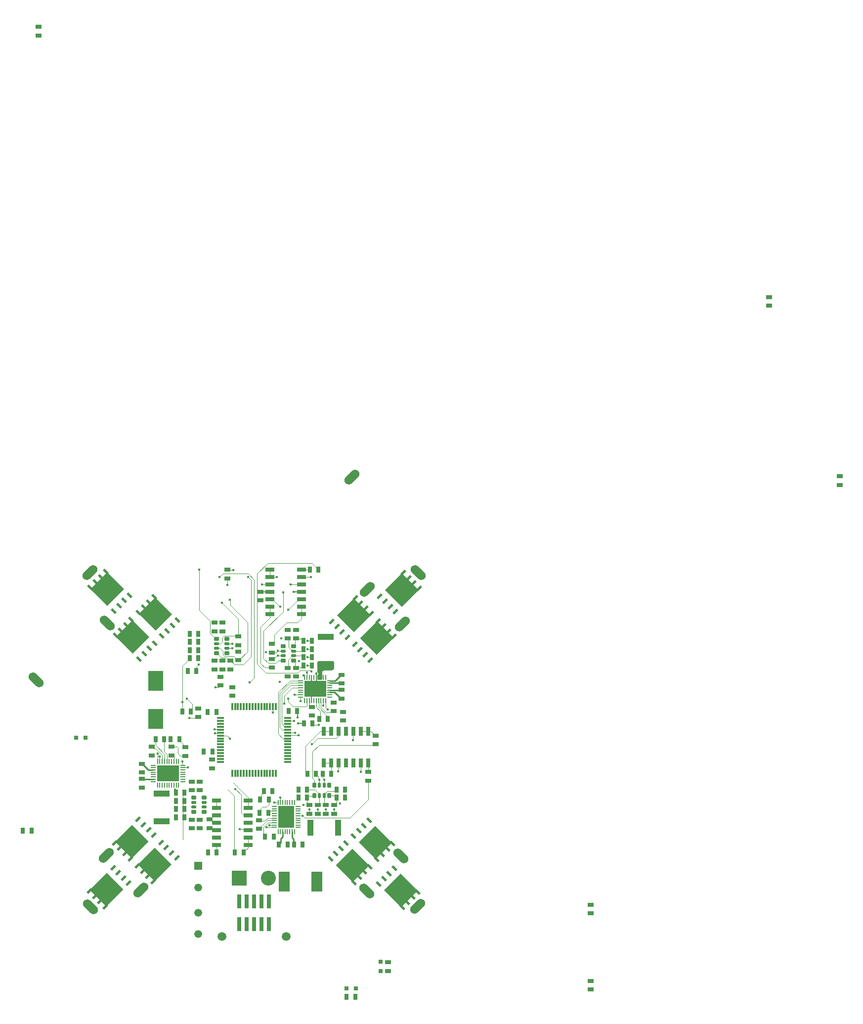
<source format=gtl>
G04*
G04 #@! TF.GenerationSoftware,Altium Limited,Altium Designer,25.8.1 (18)*
G04*
G04 Layer_Physical_Order=1*
G04 Layer_Color=255*
%FSLAX44Y44*%
%MOMM*%
G71*
G04*
G04 #@! TF.SameCoordinates,A8D3B3E1-CBBC-48C7-8EAF-3341E4FBDCCF*
G04*
G04*
G04 #@! TF.FilePolarity,Positive*
G04*
G01*
G75*
%ADD11C,0.2000*%
%ADD12C,0.2540*%
%ADD21R,0.6500X1.5000*%
%ADD22R,0.9061X0.1925*%
%ADD23R,1.0000X0.8000*%
%ADD24R,1.5000X0.6500*%
%ADD25R,0.1925X0.9061*%
%ADD26R,0.8000X1.0000*%
%ADD27R,2.6700X1.0700*%
%ADD28R,1.0700X2.6700*%
%ADD29R,0.3048X1.1938*%
%ADD30R,0.7600X2.4000*%
%ADD31R,2.5000X3.5000*%
%ADD32R,1.1938X0.3048*%
G04:AMPARAMS|DCode=33|XSize=0.9mm|YSize=0.61mm|CornerRadius=0.1525mm|HoleSize=0mm|Usage=FLASHONLY|Rotation=0.000|XOffset=0mm|YOffset=0mm|HoleType=Round|Shape=RoundedRectangle|*
%AMROUNDEDRECTD33*
21,1,0.9000,0.3050,0,0,0.0*
21,1,0.5950,0.6100,0,0,0.0*
1,1,0.3050,0.2975,-0.1525*
1,1,0.3050,-0.2975,-0.1525*
1,1,0.3050,-0.2975,0.1525*
1,1,0.3050,0.2975,0.1525*
%
%ADD33ROUNDEDRECTD33*%
G04:AMPARAMS|DCode=34|XSize=0.9mm|YSize=0.53mm|CornerRadius=0.1325mm|HoleSize=0mm|Usage=FLASHONLY|Rotation=0.000|XOffset=0mm|YOffset=0mm|HoleType=Round|Shape=RoundedRectangle|*
%AMROUNDEDRECTD34*
21,1,0.9000,0.2650,0,0,0.0*
21,1,0.6350,0.5300,0,0,0.0*
1,1,0.2650,0.3175,-0.1325*
1,1,0.2650,-0.3175,-0.1325*
1,1,0.2650,-0.3175,0.1325*
1,1,0.2650,0.3175,0.1325*
%
%ADD34ROUNDEDRECTD34*%
G04:AMPARAMS|DCode=35|XSize=1.524mm|YSize=3mm|CornerRadius=0mm|HoleSize=0mm|Usage=FLASHONLY|Rotation=315.000|XOffset=0mm|YOffset=0mm|HoleType=Round|Shape=Round|*
%AMOVALD35*
21,1,1.4760,1.5240,0.0000,0.0000,45.0*
1,1,1.5240,-0.5219,-0.5219*
1,1,1.5240,0.5219,0.5219*
%
%ADD35OVALD35*%

G04:AMPARAMS|DCode=36|XSize=1.016mm|YSize=0.4572mm|CornerRadius=0mm|HoleSize=0mm|Usage=FLASHONLY|Rotation=225.000|XOffset=0mm|YOffset=0mm|HoleType=Round|Shape=Rectangle|*
%AMROTATEDRECTD36*
4,1,4,0.1976,0.5209,0.5209,0.1976,-0.1976,-0.5209,-0.5209,-0.1976,0.1976,0.5209,0.0*
%
%ADD36ROTATEDRECTD36*%

%ADD37R,0.8000X0.8000*%
G04:AMPARAMS|DCode=38|XSize=1.016mm|YSize=0.4572mm|CornerRadius=0mm|HoleSize=0mm|Usage=FLASHONLY|Rotation=135.000|XOffset=0mm|YOffset=0mm|HoleType=Round|Shape=Rectangle|*
%AMROTATEDRECTD38*
4,1,4,0.5209,-0.1976,0.1976,-0.5209,-0.5209,0.1976,-0.1976,0.5209,0.5209,-0.1976,0.0*
%
%ADD38ROTATEDRECTD38*%

G04:AMPARAMS|DCode=39|XSize=1.524mm|YSize=3mm|CornerRadius=0mm|HoleSize=0mm|Usage=FLASHONLY|Rotation=45.000|XOffset=0mm|YOffset=0mm|HoleType=Round|Shape=Round|*
%AMOVALD39*
21,1,1.4760,1.5240,0.0000,0.0000,135.0*
1,1,1.5240,0.5219,-0.5219*
1,1,1.5240,-0.5219,0.5219*
%
%ADD39OVALD39*%

%ADD40R,1.8500X3.4000*%
G04:AMPARAMS|DCode=41|XSize=0.9mm|YSize=0.61mm|CornerRadius=0.1525mm|HoleSize=0mm|Usage=FLASHONLY|Rotation=90.000|XOffset=0mm|YOffset=0mm|HoleType=Round|Shape=RoundedRectangle|*
%AMROUNDEDRECTD41*
21,1,0.9000,0.3050,0,0,90.0*
21,1,0.5950,0.6100,0,0,90.0*
1,1,0.3050,0.1525,0.2975*
1,1,0.3050,0.1525,-0.2975*
1,1,0.3050,-0.1525,-0.2975*
1,1,0.3050,-0.1525,0.2975*
%
%ADD41ROUNDEDRECTD41*%
G04:AMPARAMS|DCode=42|XSize=0.9mm|YSize=0.53mm|CornerRadius=0.1325mm|HoleSize=0mm|Usage=FLASHONLY|Rotation=90.000|XOffset=0mm|YOffset=0mm|HoleType=Round|Shape=RoundedRectangle|*
%AMROUNDEDRECTD42*
21,1,0.9000,0.2650,0,0,90.0*
21,1,0.6350,0.5300,0,0,90.0*
1,1,0.2650,0.1325,0.3175*
1,1,0.2650,0.1325,-0.3175*
1,1,0.2650,-0.1325,-0.3175*
1,1,0.2650,-0.1325,0.3175*
%
%ADD42ROUNDEDRECTD42*%
%ADD43R,0.8000X0.8000*%
%ADD49R,3.8000X2.8000*%
%ADD51R,2.8000X3.8000*%
%ADD69P,0.1796X4X270.0*%
%ADD70P,0.1796X4X180.0*%
%ADD71C,0.1000*%
%ADD72C,2.5500*%
%ADD73C,1.3370*%
%ADD74R,1.3370X1.3370*%
%ADD75R,2.5500X2.5500*%
%ADD76C,1.5080*%
%ADD77C,0.4500*%
G36*
X-180774Y-173609D02*
X-209690Y-202525D01*
X-238068Y-174148D01*
X-209151Y-145231D01*
X-180774Y-173609D01*
D02*
G37*
G36*
X-141519Y-212863D02*
X-170436Y-241779D01*
X-198813Y-213402D01*
X-169897Y-184485D01*
X-141519Y-212863D01*
D02*
G37*
G36*
X-223768Y-256098D02*
X-252684Y-285014D01*
X-281062Y-256637D01*
X-252146Y-227720D01*
X-223768Y-256098D01*
D02*
G37*
G36*
X236658Y-175584D02*
X208280Y-203962D01*
X179363Y-175046D01*
X207741Y-146668D01*
X236658Y-175584D01*
D02*
G37*
G36*
X197403Y-214839D02*
X169026Y-243216D01*
X140109Y-214300D01*
X168487Y-185922D01*
X197403Y-214839D01*
D02*
G37*
G36*
X279892Y-257833D02*
X251515Y-286210D01*
X222598Y-257294D01*
X250976Y-228916D01*
X279892Y-257833D01*
D02*
G37*
G36*
X-222619Y258504D02*
X-250996Y230126D01*
X-279913Y259043D01*
X-251535Y287421D01*
X-222619Y258504D01*
D02*
G37*
G36*
X-140130Y215510D02*
X-168507Y187132D01*
X-197424Y216049D01*
X-169046Y244426D01*
X-140130Y215510D01*
D02*
G37*
G36*
X-179384Y176256D02*
X-207762Y147878D01*
X-236678Y176795D01*
X-208301Y205172D01*
X-179384Y176256D01*
D02*
G37*
G36*
X136245Y134642D02*
X136674Y134213D01*
X136906Y133653D01*
Y133350D01*
Y123444D01*
Y122535D01*
X136210Y120854D01*
X134924Y119568D01*
X133243Y118872D01*
X120396D01*
X119653Y118799D01*
X118279Y118230D01*
X117228Y117179D01*
X116659Y115805D01*
X116586Y115062D01*
Y104140D01*
Y103887D01*
X116393Y103421D01*
X116035Y103063D01*
X115569Y102870D01*
X109475D01*
X109009Y103063D01*
X108687Y103385D01*
Y107406D01*
X108610Y107793D01*
Y110470D01*
X108703Y110937D01*
Y111219D01*
X109435Y111951D01*
X109930Y113146D01*
Y114438D01*
X109435Y115633D01*
X108521Y116547D01*
X108458Y116573D01*
Y132842D01*
Y133246D01*
X108767Y133993D01*
X109339Y134565D01*
X110086Y134874D01*
X135685D01*
X136245Y134642D01*
D02*
G37*
G36*
X281893Y257357D02*
X252976Y228440D01*
X224598Y256818D01*
X253515Y285734D01*
X281893Y257357D01*
D02*
G37*
G36*
X199644Y214122D02*
X170728Y185206D01*
X142350Y213583D01*
X171266Y242499D01*
X199644Y214122D01*
D02*
G37*
G36*
X238898Y174868D02*
X209982Y145951D01*
X181604Y174329D01*
X210521Y203245D01*
X238898Y174868D01*
D02*
G37*
D11*
X106664Y113776D02*
X106680Y113792D01*
X106664Y110937D02*
Y113776D01*
X99648Y93376D02*
X106648Y100376D01*
Y107406D01*
X98648Y93376D02*
X104648Y87376D01*
X98648Y93376D02*
Y107406D01*
Y81376D02*
X104648Y87376D01*
X98648Y93376D02*
X99648D01*
X98648Y67346D02*
Y81376D01*
X85360Y27940D02*
X85614Y28194D01*
X74660Y38100D02*
Y48498D01*
X73882Y49276D02*
X74660Y48498D01*
X75692Y27940D02*
X85360D01*
X67648Y253576D02*
X81022D01*
X67564Y253492D02*
X67648Y253576D01*
X11430Y253825D02*
X11762Y253492D01*
X12938D01*
X27022Y253576D02*
X27022Y253576D01*
X13022D02*
X27022D01*
X12938Y253492D02*
X13022Y253576D01*
D12*
X67862Y-178336D02*
Y-169716D01*
Y-178336D02*
X68596Y-179070D01*
X65132Y-166986D02*
Y-156895D01*
Y-166986D02*
X67862Y-169716D01*
X45434Y-176340D02*
Y-169281D01*
X42704Y-179070D02*
X45434Y-176340D01*
X49132Y-165583D02*
Y-156895D01*
X45434Y-169281D02*
X49132Y-165583D01*
X-191878Y-67258D02*
X-172298D01*
X-191480Y-40764D02*
X-180986Y-51258D01*
X-172298D01*
X129710Y85344D02*
X148320D01*
X148558Y85582D01*
X149860D01*
X129678Y97376D02*
X149258D01*
X149860Y96774D01*
X138762Y101376D02*
X148860Y111474D01*
X129678Y81376D02*
X138366D01*
X148860Y70882D01*
X129678Y85376D02*
X129710Y85344D01*
X129678Y101376D02*
X138762D01*
X148860Y70882D02*
X149860D01*
X148860Y111474D02*
X149860D01*
D21*
X195326Y-39192D02*
D03*
X182626D02*
D03*
X144526D02*
D03*
X131826D02*
D03*
X119126D02*
D03*
Y14808D02*
D03*
X131826D02*
D03*
X144526D02*
D03*
X169926D02*
D03*
X182626D02*
D03*
X195326D02*
D03*
X157226D02*
D03*
X169926Y-39192D02*
D03*
X157226D02*
D03*
D22*
X35102Y-117865D02*
D03*
X75162Y-125865D02*
D03*
Y-133865D02*
D03*
X35102Y-125865D02*
D03*
X-122238Y-43258D02*
D03*
Y-47258D02*
D03*
Y-51258D02*
D03*
Y-55258D02*
D03*
Y-59258D02*
D03*
Y-63258D02*
D03*
Y-67258D02*
D03*
Y-71258D02*
D03*
X-172298D02*
D03*
Y-67258D02*
D03*
Y-63258D02*
D03*
Y-59258D02*
D03*
Y-55258D02*
D03*
Y-51258D02*
D03*
Y-47258D02*
D03*
Y-43258D02*
D03*
X35102Y-129865D02*
D03*
Y-113865D02*
D03*
X79618Y73376D02*
D03*
Y77376D02*
D03*
Y81376D02*
D03*
Y85376D02*
D03*
Y89376D02*
D03*
Y93376D02*
D03*
Y97376D02*
D03*
Y101376D02*
D03*
X129678Y97376D02*
D03*
Y81376D02*
D03*
Y77376D02*
D03*
Y89376D02*
D03*
Y73376D02*
D03*
Y101376D02*
D03*
Y85376D02*
D03*
Y93376D02*
D03*
X75162Y-113865D02*
D03*
Y-117865D02*
D03*
Y-121865D02*
D03*
Y-129865D02*
D03*
Y-137865D02*
D03*
Y-141865D02*
D03*
Y-145865D02*
D03*
Y-149865D02*
D03*
X35102D02*
D03*
Y-145865D02*
D03*
Y-141865D02*
D03*
Y-137865D02*
D03*
Y-133865D02*
D03*
Y-121865D02*
D03*
D23*
X1003363Y436702D02*
D03*
X882205Y743534D02*
D03*
X152146Y48244D02*
D03*
X136144Y64246D02*
D03*
X-175423Y-26494D02*
D03*
X576642Y-296850D02*
D03*
X229362Y-380778D02*
D03*
X576642Y-427152D02*
D03*
X11430Y239125D02*
D03*
X-26860Y151050D02*
D03*
Y162258D02*
D03*
X-37500Y90170D02*
D03*
X-54292Y186134D02*
D03*
X-68008D02*
D03*
X-40576Y120856D02*
D03*
X-68008Y135556D02*
D03*
X-54292D02*
D03*
X-369003Y1206322D02*
D03*
X-92952Y-85916D02*
D03*
Y-71216D02*
D03*
X-72136Y-33814D02*
D03*
Y-48514D02*
D03*
X-106668Y-85900D02*
D03*
Y-71200D02*
D03*
X-76454Y-136160D02*
D03*
Y-150860D02*
D03*
X-192480Y-81356D02*
D03*
Y-66656D02*
D03*
Y-55464D02*
D03*
Y-40764D02*
D03*
X-175423Y-11794D02*
D03*
X-141680Y-11570D02*
D03*
Y-26270D02*
D03*
X-106668Y-136478D02*
D03*
Y-151178D02*
D03*
X-92952Y-136494D02*
D03*
Y-151194D02*
D03*
X-117511Y-12556D02*
D03*
Y-27256D02*
D03*
X1003363Y451402D02*
D03*
X576642Y-282150D02*
D03*
Y-412452D02*
D03*
X-369003Y1221022D02*
D03*
X-57594Y108140D02*
D03*
Y93440D02*
D03*
X-68008Y120856D02*
D03*
X-54292D02*
D03*
X-40576Y135556D02*
D03*
X-26860Y176958D02*
D03*
Y136350D02*
D03*
X-68008Y200834D02*
D03*
X-54292D02*
D03*
X-45998Y276658D02*
D03*
Y291358D02*
D03*
X-95440Y39338D02*
D03*
Y54038D02*
D03*
X882205Y758234D02*
D03*
X152146Y33544D02*
D03*
X11430Y253825D02*
D03*
X-37500Y75470D02*
D03*
X208280Y-7620D02*
D03*
Y7080D02*
D03*
X137158Y-126261D02*
D03*
Y-111561D02*
D03*
X8128Y-151876D02*
D03*
Y-137176D02*
D03*
X109218Y-126261D02*
D03*
Y-111561D02*
D03*
X95248Y-126261D02*
D03*
Y-111561D02*
D03*
X123188Y-126245D02*
D03*
Y-111545D02*
D03*
X195326Y-69580D02*
D03*
Y-54880D02*
D03*
X229362Y-395478D02*
D03*
X149860Y85582D02*
D03*
Y111474D02*
D03*
Y96774D02*
D03*
X136144Y49546D02*
D03*
X149860Y70882D02*
D03*
X99060Y56388D02*
D03*
Y41688D02*
D03*
X30464Y123848D02*
D03*
Y138548D02*
D03*
Y164472D02*
D03*
Y149772D02*
D03*
X71628Y188436D02*
D03*
Y173736D02*
D03*
X57912Y188452D02*
D03*
Y173752D02*
D03*
Y108474D02*
D03*
Y123174D02*
D03*
X71628Y108458D02*
D03*
Y123158D02*
D03*
D24*
X-64247Y-141826D02*
D03*
X81022Y253576D02*
D03*
X-64247Y-179926D02*
D03*
Y-167226D02*
D03*
Y-129126D02*
D03*
Y-116426D02*
D03*
Y-103726D02*
D03*
X-10247D02*
D03*
Y-116426D02*
D03*
Y-129126D02*
D03*
Y-154526D02*
D03*
Y-167226D02*
D03*
Y-179926D02*
D03*
X-64247Y-154526D02*
D03*
X-10247Y-141826D02*
D03*
X27022Y253576D02*
D03*
Y291676D02*
D03*
Y278976D02*
D03*
X27022Y266276D02*
D03*
X27022Y240876D02*
D03*
X27022Y228176D02*
D03*
Y215476D02*
D03*
X81022D02*
D03*
Y228176D02*
D03*
X81022Y240876D02*
D03*
X81022Y278976D02*
D03*
Y291676D02*
D03*
Y266276D02*
D03*
D25*
X-141268Y-77288D02*
D03*
X-149268D02*
D03*
X-141268Y-37228D02*
D03*
X106648Y107406D02*
D03*
X98648Y107406D02*
D03*
Y67346D02*
D03*
X-129268Y-77288D02*
D03*
X-133268D02*
D03*
X-137268D02*
D03*
X-145268D02*
D03*
X-153268D02*
D03*
X-157268D02*
D03*
X-161268D02*
D03*
X-165268D02*
D03*
Y-37228D02*
D03*
X-161268D02*
D03*
X-157268D02*
D03*
X-153268D02*
D03*
X-149268D02*
D03*
X-137268D02*
D03*
X-133268D02*
D03*
X-129268D02*
D03*
X-145268D02*
D03*
X102648Y67346D02*
D03*
X86648Y67346D02*
D03*
Y107406D02*
D03*
X90648D02*
D03*
X94648D02*
D03*
X102648Y107406D02*
D03*
X118648Y67346D02*
D03*
X114648D02*
D03*
X110648D02*
D03*
X106648Y67346D02*
D03*
X94648Y67346D02*
D03*
X90648D02*
D03*
X122648D02*
D03*
Y107406D02*
D03*
X118648D02*
D03*
X114648D02*
D03*
X110648D02*
D03*
X41132Y-106835D02*
D03*
X45132D02*
D03*
X49132D02*
D03*
X53132D02*
D03*
X57132D02*
D03*
X61132D02*
D03*
X65132D02*
D03*
X69132D02*
D03*
Y-156895D02*
D03*
X65132D02*
D03*
X61132D02*
D03*
X57132D02*
D03*
X53132D02*
D03*
X49132D02*
D03*
X45132D02*
D03*
X41132D02*
D03*
D26*
X-142895Y922D02*
D03*
X85614Y28194D02*
D03*
X158766Y-439674D02*
D03*
X-113712Y117808D02*
D03*
X73882Y49276D02*
D03*
X33512Y-165354D02*
D03*
X-79232Y47752D02*
D03*
X31734Y-87884D02*
D03*
X-86090Y-20320D02*
D03*
X-395908Y-155642D02*
D03*
X-134084Y-90234D02*
D03*
X-119384D02*
D03*
X-134084Y-104204D02*
D03*
X-119384D02*
D03*
X-134068Y-118174D02*
D03*
X-119368D02*
D03*
X-134084Y-132144D02*
D03*
X-119384D02*
D03*
X-128195Y922D02*
D03*
X-168803D02*
D03*
X-154103D02*
D03*
X-78962Y-192278D02*
D03*
X-32675Y-192880D02*
D03*
X-17975D02*
D03*
X-64262Y-192278D02*
D03*
X-381208Y-155642D02*
D03*
X-110156Y167830D02*
D03*
X-110156Y139890D02*
D03*
X-122602Y48466D02*
D03*
X-110156Y153860D02*
D03*
X-64532Y47752D02*
D03*
X-99012Y117808D02*
D03*
X-95456Y139890D02*
D03*
X-95456Y167830D02*
D03*
Y153860D02*
D03*
Y181800D02*
D03*
X-110156D02*
D03*
X-107902Y48466D02*
D03*
X59182Y49276D02*
D03*
X-71390Y-20320D02*
D03*
X10430Y-102108D02*
D03*
X25130D02*
D03*
X141508Y-85129D02*
D03*
X156208D02*
D03*
X141492Y-98845D02*
D03*
X156192D02*
D03*
X117528Y-57681D02*
D03*
X132228D02*
D03*
X57404Y-179070D02*
D03*
X42704D02*
D03*
X17034Y-87884D02*
D03*
X18812Y-165354D02*
D03*
X90930Y-85129D02*
D03*
X76230D02*
D03*
X90914Y-98845D02*
D03*
X76214D02*
D03*
X83296Y-179070D02*
D03*
X68596D02*
D03*
X9668Y-124714D02*
D03*
X24368D02*
D03*
X106304Y-57681D02*
D03*
X91604D02*
D03*
X173466Y-439674D02*
D03*
X111522Y36068D02*
D03*
X126222D02*
D03*
X95774Y291676D02*
D03*
X110474D02*
D03*
X100314Y28194D02*
D03*
X99044Y169402D02*
D03*
X84344D02*
D03*
X99028Y155432D02*
D03*
X84328Y155432D02*
D03*
X84344Y141462D02*
D03*
X99044D02*
D03*
X84344Y127492D02*
D03*
X99044Y127492D02*
D03*
D27*
X122936Y176378D02*
D03*
X-157976Y-139120D02*
D03*
Y-91520D02*
D03*
X122936Y128778D02*
D03*
D28*
X144134Y-150153D02*
D03*
X96534D02*
D03*
D29*
X-32500Y57500D02*
D03*
Y-57500D02*
D03*
X-37500Y57500D02*
D03*
X37500Y-57500D02*
D03*
X-27500D02*
D03*
X27500D02*
D03*
X22500D02*
D03*
X17500D02*
D03*
X-17500Y57500D02*
D03*
X-27500D02*
D03*
X-22500D02*
D03*
X-12500D02*
D03*
X-7500D02*
D03*
X-2500D02*
D03*
X2500D02*
D03*
X7500D02*
D03*
X12500D02*
D03*
X17500D02*
D03*
X22500D02*
D03*
X27500D02*
D03*
X32500D02*
D03*
X37500D02*
D03*
X32500Y-57500D02*
D03*
X12500D02*
D03*
X7500D02*
D03*
X2500D02*
D03*
X-2500D02*
D03*
X-7500D02*
D03*
X-12500D02*
D03*
X-17500D02*
D03*
X-22500D02*
D03*
X-37500D02*
D03*
D30*
X25400Y-315156D02*
D03*
X0D02*
D03*
X-12700D02*
D03*
X-25400Y-315156D02*
D03*
X25400Y-276156D02*
D03*
X12700Y-276156D02*
D03*
Y-315156D02*
D03*
X0Y-276156D02*
D03*
X-12700D02*
D03*
X-25400Y-276156D02*
D03*
D31*
X-168402Y36334D02*
D03*
Y101334D02*
D03*
D32*
X-57500Y-17500D02*
D03*
X57500Y37500D02*
D03*
X-57500D02*
D03*
Y-22500D02*
D03*
X57500Y-32500D02*
D03*
Y-27500D02*
D03*
Y-12500D02*
D03*
Y-17500D02*
D03*
Y-22500D02*
D03*
Y-37500D02*
D03*
Y32500D02*
D03*
Y27500D02*
D03*
Y22500D02*
D03*
Y17500D02*
D03*
Y12500D02*
D03*
Y7500D02*
D03*
Y2500D02*
D03*
Y-2500D02*
D03*
Y-7500D02*
D03*
X-57500Y-37500D02*
D03*
Y-32500D02*
D03*
Y-27500D02*
D03*
Y-12500D02*
D03*
Y-7500D02*
D03*
Y-2500D02*
D03*
Y2500D02*
D03*
Y7500D02*
D03*
Y12500D02*
D03*
Y17500D02*
D03*
Y22500D02*
D03*
Y27500D02*
D03*
Y32500D02*
D03*
D33*
X-103072Y-98660D02*
D03*
Y-123460D02*
D03*
X-85372D02*
D03*
Y-98660D02*
D03*
X-46712Y148318D02*
D03*
Y173118D02*
D03*
X-64412D02*
D03*
Y148318D02*
D03*
X50332Y135918D02*
D03*
X50332Y160718D02*
D03*
X68032Y160718D02*
D03*
X68032Y135918D02*
D03*
D34*
X-103072Y-107060D02*
D03*
Y-115060D02*
D03*
X-85372D02*
D03*
Y-107060D02*
D03*
X-46712Y156718D02*
D03*
Y164718D02*
D03*
X-64412D02*
D03*
Y156718D02*
D03*
X50332Y144318D02*
D03*
X50332Y152318D02*
D03*
X68032Y152318D02*
D03*
X68032Y144318D02*
D03*
D35*
X-253423Y-197908D02*
D03*
X-280691Y286452D02*
D03*
X280670Y-285242D02*
D03*
X-193479Y-256836D02*
D03*
X194310Y257556D02*
D03*
X254254Y198628D02*
D03*
X167640Y449834D02*
D03*
D36*
X-211845Y-203244D02*
D03*
X-220826Y-194263D02*
D03*
X-229806Y-185283D02*
D03*
X-238786Y-176303D02*
D03*
X-132360Y-202266D02*
D03*
X-141340Y-193286D02*
D03*
X-150320Y-184306D02*
D03*
X-214608Y-245501D02*
D03*
X-223588Y-236521D02*
D03*
X-171614Y-163012D02*
D03*
X-232569Y-227541D02*
D03*
X-180594Y-154032D02*
D03*
X-189574Y-145052D02*
D03*
X215439Y246221D02*
D03*
X224419Y237241D02*
D03*
X233399Y228261D02*
D03*
X181425Y154752D02*
D03*
X190405Y145772D02*
D03*
X172444Y163732D02*
D03*
X142170Y194006D02*
D03*
X151151Y185026D02*
D03*
X133190Y202986D02*
D03*
X199385Y136791D02*
D03*
X242379Y219280D02*
D03*
X160131Y176046D02*
D03*
X-172591Y-242498D02*
D03*
X-181571Y-233518D02*
D03*
X-190552Y-224538D02*
D03*
X-199532Y-215557D02*
D03*
X-159300Y-175326D02*
D03*
X-254840Y-285733D02*
D03*
X-263820Y-276752D02*
D03*
X-272800Y-267772D02*
D03*
X-281780Y-258792D02*
D03*
X-241549Y-218560D02*
D03*
X-198555Y-136071D02*
D03*
X255670Y286453D02*
D03*
X264650Y277472D02*
D03*
X273631Y268492D02*
D03*
X282611Y259512D02*
D03*
X239617Y177023D02*
D03*
X230636Y186003D02*
D03*
X221656Y194984D02*
D03*
X212676Y203964D02*
D03*
X173422Y243218D02*
D03*
X182402Y234238D02*
D03*
X191382Y225257D02*
D03*
X200362Y216277D02*
D03*
D37*
X-304610Y3616D02*
D03*
X-288610D02*
D03*
X158116Y-425196D02*
D03*
X174116D02*
D03*
D38*
X-237397Y178950D02*
D03*
X-228416Y187930D02*
D03*
X-219436Y196910D02*
D03*
X-210456Y205891D02*
D03*
X-170224Y165659D02*
D03*
X-197165Y138718D02*
D03*
X-188185Y147698D02*
D03*
X-179205Y156679D02*
D03*
X-280631Y261198D02*
D03*
X-271651Y270179D02*
D03*
X-262671Y279159D02*
D03*
X-253691Y288139D02*
D03*
X-213459Y247907D02*
D03*
X-240400Y220967D02*
D03*
X-231420Y229947D02*
D03*
X-222439Y238927D02*
D03*
X-198142Y218204D02*
D03*
X-189162Y227184D02*
D03*
X-180182Y236164D02*
D03*
X-171202Y245145D02*
D03*
X-130970Y204913D02*
D03*
X-157911Y177972D02*
D03*
X-148931Y186953D02*
D03*
X-139950Y195933D02*
D03*
X240379Y-219757D02*
D03*
X197144Y-137508D02*
D03*
X231399Y-228737D02*
D03*
X222419Y-237717D02*
D03*
X188164Y-146488D02*
D03*
X179184Y-155469D02*
D03*
X157890Y-176762D02*
D03*
X148910Y-185743D02*
D03*
X139930Y-194723D02*
D03*
X198122Y-216994D02*
D03*
X189141Y-225974D02*
D03*
X180161Y-234954D02*
D03*
X171181Y-243935D02*
D03*
X237376Y-177740D02*
D03*
X228396Y-186720D02*
D03*
X219415Y-195700D02*
D03*
X210435Y-204681D02*
D03*
X280611Y-259988D02*
D03*
X271630Y-268968D02*
D03*
X262650Y-277949D02*
D03*
X253670Y-286929D02*
D03*
X213438Y-246697D02*
D03*
X130949Y-203703D02*
D03*
X170204Y-164449D02*
D03*
D39*
X-251735Y199838D02*
D03*
X-373655Y102810D02*
D03*
X192786Y-258572D02*
D03*
X251714Y-198628D02*
D03*
X-280093Y-285792D02*
D03*
X280924Y286512D02*
D03*
D40*
X51752Y-242570D02*
D03*
X107252D02*
D03*
D41*
X103674Y-95249D02*
D03*
X128474D02*
D03*
Y-77549D02*
D03*
X103674D02*
D03*
D42*
X112074Y-95249D02*
D03*
X120074D02*
D03*
Y-77549D02*
D03*
X112074D02*
D03*
D43*
X216662Y-395604D02*
D03*
Y-379604D02*
D03*
D49*
X104648Y87376D02*
D03*
X-147268Y-57258D02*
D03*
D51*
X55132Y-131865D02*
D03*
D69*
X-205200Y-187618D02*
D03*
X-165946Y-226872D02*
D03*
X-248194Y-270107D02*
D03*
X249025Y270827D02*
D03*
X206031Y188338D02*
D03*
X166776Y227592D02*
D03*
D70*
X-221771Y172304D02*
D03*
X-265006Y254553D02*
D03*
X-182517Y211559D02*
D03*
X182496Y-210348D02*
D03*
X221750Y-171094D02*
D03*
X264985Y-253343D02*
D03*
D71*
X110744Y25654D02*
X110744Y25654D01*
X102854Y25654D02*
X110744D01*
X144526Y-53848D02*
Y-39192D01*
X169672Y14554D02*
X169926Y14808D01*
X195326Y-54880D02*
Y-39192D01*
X132228Y-56681D02*
Y-39594D01*
X131826Y-39192D02*
X132228Y-39594D01*
X113868Y14808D02*
X119126D01*
X88392Y-10668D02*
X113868Y14808D01*
X182626Y-54610D02*
Y-39192D01*
X203780Y10580D02*
X207280Y7080D01*
X208280D01*
X195326Y14808D02*
X200076D01*
X203780Y10580D02*
Y11104D01*
X200076Y14808D02*
X203780Y11104D01*
X144062Y14344D02*
X144526Y14808D01*
X182626D02*
X195326D01*
X119126Y-39192D02*
X131826D01*
X123876Y14808D02*
X131826D01*
X119126D02*
X123876D01*
X144062Y6394D02*
Y14344D01*
X140462Y2794D02*
X144062Y6394D01*
X108966Y2794D02*
X140462D01*
X99314Y-6858D02*
X108966Y2794D01*
X88392Y-54469D02*
Y-10668D01*
Y-54469D02*
X91604Y-57681D01*
X169672Y-762D02*
Y14554D01*
X144272Y-54102D02*
X144526Y-53848D01*
X-24384Y-152908D02*
X-11865D01*
X-10501Y-154272D01*
X-122123Y-171008D02*
Y-93538D01*
X-64262Y-192278D02*
Y-179941D01*
X-64247Y-179926D01*
X-33659Y-191896D02*
Y-96392D01*
X-22261Y-125062D02*
Y-93566D01*
X-45211Y-84840D02*
X-33659Y-96392D01*
X-22261Y-125062D02*
X-18661Y-128662D01*
X-31913Y-83914D02*
X-22261Y-93566D01*
X-18661Y-128662D02*
X-10711D01*
X9652Y-138700D02*
X17764D01*
X8128Y-137176D02*
X9652Y-138700D01*
X22599Y-133865D02*
X35102D01*
X17764Y-138700D02*
X22599Y-133865D01*
X12628Y-148376D02*
Y-147900D01*
X9128Y-151876D02*
X12628Y-148376D01*
X8128Y-151876D02*
X9128D01*
X22663Y-137865D02*
X35102D01*
X12628Y-147900D02*
X22663Y-137865D01*
X9978Y-118800D02*
X14224Y-114554D01*
X21082D01*
X9668Y-124714D02*
X9978Y-124404D01*
Y-118800D01*
X24368Y-124714D02*
X27217Y-121865D01*
X35102D01*
X25130Y-110506D02*
Y-102108D01*
X21082Y-114554D02*
X25130Y-110506D01*
X16526Y-163068D02*
Y-149082D01*
Y-163068D02*
X18812Y-165354D01*
X23743Y-141865D02*
X35102D01*
X16526Y-149082D02*
X23743Y-141865D01*
X10430Y-102108D02*
X11626Y-100912D01*
Y-94292D01*
X13534Y-92384D01*
X13534D01*
X17034Y-88884D01*
Y-87884D01*
X-35723Y-72992D02*
X-10247Y-98468D01*
Y-103726D02*
Y-98468D01*
X-14475Y-188380D02*
X-13951D01*
X-10247Y-184676D01*
Y-179926D01*
Y-167226D01*
X-64247Y-116426D02*
Y-103726D01*
X-10247Y-116426D02*
Y-108476D01*
Y-103726D01*
X-64501Y-128872D02*
X-64247Y-129126D01*
X-131943Y-11570D02*
X-129957Y-13556D01*
X-141680Y-11570D02*
X-131943D01*
X-129957Y-23208D02*
Y-13556D01*
X-154103Y-19890D02*
X-149268Y-24725D01*
X-128195Y-78D02*
X-122011Y-6262D01*
Y-9056D02*
Y-6262D01*
X-154103Y-19890D02*
Y922D01*
X-168819Y-14572D02*
X-157268Y-26123D01*
X-171645Y-14572D02*
X-168819D01*
X-168803Y-9254D02*
X-153268Y-24789D01*
X-168803Y-9254D02*
Y922D01*
X-165268Y-23467D02*
X-165263Y-23462D01*
X-161253Y-37213D02*
Y-28571D01*
X-165268Y-37228D02*
Y-23467D01*
X-161253Y-28571D02*
X-161238Y-28556D01*
X-113900Y-47258D02*
X-113740Y-47098D01*
X-122376Y-43120D02*
Y-36684D01*
X-122238Y-47258D02*
X-113900D01*
X-125909Y-27256D02*
X-117511D01*
X-137268Y-37228D02*
Y-29770D01*
X-129957Y-23208D02*
X-125909Y-27256D01*
X-153268Y-37228D02*
Y-24789D01*
X-149268Y-37228D02*
Y-24725D01*
X-157268Y-37228D02*
Y-26123D01*
X26430Y-145835D02*
X26445Y-145850D01*
X35087D01*
X100240Y-65461D02*
Y-20156D01*
Y-65461D02*
X103674Y-68895D01*
X112076Y-67921D02*
Y-67162D01*
X112075Y-67922D02*
X112076Y-67921D01*
X44972Y-98337D02*
X45132Y-98497D01*
X104179Y-85129D02*
X110433Y-91383D01*
X90930Y-85129D02*
X104179D01*
X103674Y-77549D02*
Y-68895D01*
X93615Y-96144D02*
X102779D01*
X90914Y-98845D02*
X93615Y-96144D01*
X21336Y-149860D02*
X21341Y-149865D01*
X-122872Y48736D02*
Y126174D01*
X-110156Y138890D01*
X-7366Y98552D02*
X254Y106172D01*
Y274082D01*
X-10190Y284526D02*
X254Y274082D01*
X-96932Y37846D02*
X-95440Y39338D01*
X-110490Y37846D02*
X-96932D01*
X-114998Y71072D02*
X-105600Y61674D01*
Y50768D02*
Y61674D01*
X-66230Y89868D02*
X-66158Y89940D01*
X-61094D01*
X-53182Y284526D02*
X-10190D01*
X-59118Y278590D02*
X-53182Y284526D01*
X-99012Y125158D02*
X-94678Y129492D01*
X-99012Y117808D02*
Y125158D01*
X-93496Y222036D02*
Y291374D01*
X-45760Y291120D02*
X-35584Y291120D01*
X-93496Y222036D02*
X-75120Y203660D01*
X-30924Y221186D02*
X-10858Y201120D01*
X-40832Y231094D02*
X-30924Y221186D01*
X-54800Y235156D02*
X-26860Y207216D01*
X-40832Y231094D02*
Y239980D01*
X-45998Y276658D02*
X-45998Y265466D01*
X-41172Y240320D02*
X-40832Y239980D01*
X-10350Y278844D02*
X-5016Y273510D01*
X-46712Y156718D02*
X-37084D01*
X-37212Y164718D02*
X-37084Y164846D01*
X-51244Y178498D02*
X-28400D01*
X-46712Y164718D02*
X-37212D01*
X-54038Y168084D02*
Y175704D01*
X-50364Y143192D02*
X-34702D01*
X-54038Y175704D02*
X-51244Y178498D01*
X-25860Y136350D02*
X-10858Y151352D01*
X-39576Y135556D02*
X-33512Y129492D01*
X-57404Y164718D02*
X-54038Y168084D01*
X-33512Y129492D02*
X-18224D01*
X-5016Y142700D02*
Y273510D01*
X-10858Y151352D02*
Y201120D01*
X-34702Y143192D02*
X-27860Y136350D01*
X-46958Y141192D02*
X-41322Y135556D01*
X-56102Y141192D02*
X-46958D01*
X-26860Y176958D02*
Y207216D01*
X-75120Y182125D02*
Y203660D01*
Y182125D02*
X-66113Y173118D01*
X-53276Y146104D02*
Y151828D01*
X-58166Y156718D02*
X-53276Y151828D01*
X-64412Y164718D02*
X-57404D01*
X-63228Y148318D02*
X-56102Y141192D01*
X-64412Y156718D02*
X-58166D01*
X-53276Y146104D02*
X-50364Y143192D01*
X-18224Y129492D02*
X-5016Y142700D01*
X5334Y129794D02*
Y214376D01*
X13970Y266446D02*
X26852Y266446D01*
X18646Y123848D02*
X30464D01*
X24638Y131572D02*
X37332D01*
X16570Y139640D02*
X24638Y131572D01*
X16570Y186565D02*
X49618Y219613D01*
X16570Y139640D02*
Y186565D01*
X5334Y129794D02*
X20320Y114808D01*
X11430Y131064D02*
Y193756D01*
X-41656Y1778D02*
Y2612D01*
X-46544Y7500D02*
X-41656Y2612D01*
X-57500Y7500D02*
X-46544D01*
X21341Y-149865D02*
X35102D01*
X111792Y-8604D02*
X207296D01*
X100240Y-20156D02*
X111792Y-8604D01*
X122648Y54967D02*
X125545Y52070D01*
X122648Y54967D02*
Y67346D01*
X135398Y49546D02*
X136144D01*
X133096Y47244D02*
X135398Y49546D01*
X114648Y56548D02*
Y67346D01*
Y56548D02*
X123952Y47244D01*
X133096D01*
X164084Y-133096D02*
X195326Y-101854D01*
Y-69580D01*
X86614Y-133096D02*
X164084D01*
X83312Y-129794D02*
X86614Y-133096D01*
X207296Y-8604D02*
X208280Y-7620D01*
X61816Y97376D02*
X79618D01*
X86186Y107869D02*
Y109568D01*
X85893D02*
X86186D01*
X84896Y110565D02*
X85893Y109568D01*
X106648Y55912D02*
Y67346D01*
X61498Y101376D02*
X79618D01*
X90648Y58136D02*
Y67346D01*
X110648Y55976D02*
Y67346D01*
X62642Y93376D02*
X79618D01*
X65500Y89376D02*
X79618D01*
X90663Y107421D02*
Y115301D01*
X90678Y115316D01*
X69850Y77470D02*
X79524D01*
X94648Y59888D02*
Y67346D01*
X79756Y66802D02*
Y73238D01*
X79618Y73376D02*
X79756Y73238D01*
X118633Y67331D02*
X118648Y67346D01*
X86186Y107869D02*
X86648Y107406D01*
X90648D02*
X90663Y107421D01*
X79524Y77470D02*
X79618Y77376D01*
X118633Y58689D02*
Y67331D01*
X118618Y58674D02*
X118633Y58689D01*
X125545Y52070D02*
X126492D01*
X94648Y59888D02*
X98148Y56388D01*
X99060D01*
X51816Y75692D02*
X65500Y89376D01*
X51816Y62230D02*
Y75692D01*
X47244Y77978D02*
X62642Y93376D01*
X47244Y27940D02*
Y77978D01*
Y27940D02*
X51660Y23524D01*
X56476D01*
X57500Y22500D01*
X110648Y55976D02*
X124642Y41982D01*
Y37648D02*
Y41982D01*
Y37648D02*
X126222Y36068D01*
X58166Y65786D02*
Y70866D01*
Y65786D02*
X67056Y56896D01*
X89408D01*
X90648Y58136D01*
X41720Y81598D02*
X61498Y101376D01*
X41720Y10350D02*
Y81598D01*
Y10350D02*
X49570Y2500D01*
X57500D01*
X106648Y55912D02*
X113538Y49022D01*
Y38084D02*
Y49022D01*
X111522Y36068D02*
X113538Y38084D01*
X44450Y80010D02*
X61816Y97376D01*
X44450Y21590D02*
Y80010D01*
Y21590D02*
X48540Y17500D01*
X57500D01*
X37332Y131572D02*
X41678Y135918D01*
X11430Y193756D02*
X27022Y209348D01*
X11430Y131064D02*
X18646Y123848D01*
X30464Y164472D02*
X31044D01*
X34544Y167972D01*
Y179832D01*
X55880Y201168D01*
X20320Y114808D02*
X74399D01*
X78657Y119066D01*
X27022Y209348D02*
Y215476D01*
X74302Y201168D02*
X81022Y207888D01*
X55880Y201168D02*
X74302D01*
X26852Y266446D02*
X27022Y266276D01*
X27022Y278976D02*
X27276Y278722D01*
X39204D01*
X80938Y266192D02*
X81022Y266276D01*
X62738Y266192D02*
X80938D01*
X137160Y-126259D02*
Y-118811D01*
X123190Y-126259D02*
Y-118811D01*
X109220Y-126259D02*
Y-118811D01*
X95248Y-126261D02*
X95250Y-126259D01*
Y-118811D01*
X110433Y-93608D02*
Y-91383D01*
X112074Y-108705D02*
Y-95249D01*
X110433Y-93608D02*
X112074Y-95249D01*
X138753Y-87884D02*
X141508Y-85129D01*
X120074Y-93399D02*
X125589Y-87884D01*
X138753D01*
X102779Y-96144D02*
X103674Y-95249D01*
X112075Y-77548D02*
Y-67922D01*
X120139Y-77484D02*
Y-67986D01*
X120204Y-67921D01*
X117528Y-65245D02*
X120204Y-67921D01*
X109218Y-111561D02*
X112074Y-108705D01*
X128474Y-95249D02*
X137992D01*
X120074Y-108431D02*
Y-95249D01*
Y-108431D02*
X123188Y-111545D01*
X120074Y-95249D02*
Y-93399D01*
X141492Y-98845D02*
Y-98749D01*
X137992Y-95249D02*
X141492Y-98749D01*
Y-108061D02*
Y-98845D01*
X137992Y-111561D02*
X141492Y-108061D01*
X137158Y-111561D02*
X137992D01*
X94414Y-111561D02*
X95248D01*
X90914Y-108061D02*
X94414Y-111561D01*
X90914Y-108061D02*
Y-98845D01*
X57554Y12446D02*
X70612D01*
X57500Y12500D02*
X57554Y12446D01*
X100314Y28194D02*
X102854Y25654D01*
X45132Y-106835D02*
Y-98497D01*
X109804Y-64890D02*
Y-61181D01*
X117528Y-65245D02*
Y-57681D01*
X109804Y-64890D02*
X112076Y-67162D01*
X34558Y-106973D02*
X40994D01*
X57620Y7620D02*
X75946D01*
X5334Y284988D02*
X5334Y214376D01*
X5334Y284988D02*
X23368Y303022D01*
X78657Y119066D02*
X95962D01*
X97934Y117094D02*
X98298D01*
X95962Y119066D02*
X97934Y117094D01*
X23368Y303022D02*
X99128D01*
X105974Y296176D01*
X106974D01*
X110474Y292676D01*
Y291676D02*
Y292676D01*
X-58034Y18034D02*
X-57500Y17500D01*
X-58161Y11839D02*
X-57500Y12500D01*
X32500Y57500D02*
X32512Y57488D01*
X57512Y32512D02*
X68834D01*
X57500Y7500D02*
X57620Y7620D01*
X57500Y32500D02*
X57512Y32512D01*
X32512Y47244D02*
Y57488D01*
X-67052Y11839D02*
X-58161D01*
X-67310Y18034D02*
X-58034D01*
X50267Y152383D02*
X50332Y152318D01*
X40769Y152383D02*
X50267D01*
X40704Y152448D02*
X40769Y152383D01*
X50331Y144319D02*
X50332Y144318D01*
X40705Y144319D02*
X50331D01*
X40704Y144320D02*
X40705Y144319D01*
X95774Y291676D02*
X95774Y291676D01*
X81022Y291676D02*
X95774D01*
X27022D02*
X27022Y278976D01*
X81022Y207888D02*
Y215476D01*
X27022Y228176D02*
X27022Y215476D01*
X73986Y238090D02*
X76772Y240876D01*
X58420Y222758D02*
X73752Y238090D01*
X73986D01*
X91610Y127492D02*
X99044D01*
X91610Y169402D02*
X99044D01*
X91610Y155432D02*
X99044D01*
X99028Y141478D02*
X99044Y141462D01*
X91594Y141478D02*
X99028D01*
X31272Y240876D02*
X44226Y227922D01*
X27022Y240876D02*
X31272D01*
X81022Y278976D02*
X97116Y278976D01*
X81022Y215476D02*
Y228176D01*
X76772Y240876D02*
X81022D01*
X44226Y227922D02*
X44792D01*
X49618Y219613D02*
Y253068D01*
X41678Y135918D02*
X50332D01*
X39945Y144320D02*
X40704D01*
X37673Y142048D02*
X39945Y144320D01*
X33964Y142048D02*
X37673D01*
X30464Y138548D02*
X33964Y142048D01*
X38028Y149772D02*
X40704Y152448D01*
X30464Y149772D02*
X38028D01*
X84344Y169402D02*
Y169458D01*
X80844Y172958D02*
X84344Y169458D01*
X71628Y173736D02*
X72406Y172958D01*
X80844D01*
X68927Y160720D02*
X70720Y162513D01*
X68032Y160720D02*
X68927D01*
X70720Y172828D02*
X71628Y173736D01*
X70720Y162513D02*
Y172828D01*
X64318Y153852D02*
X66500D01*
X68032Y152320D01*
X59436Y158734D02*
Y172228D01*
Y158734D02*
X64318Y153852D01*
X57912Y173752D02*
X59436Y172228D01*
X81216Y152320D02*
X84328Y155432D01*
X68032Y152320D02*
X81216D01*
X57912Y123174D02*
X58532Y123794D01*
Y136670D01*
X66182Y144320D01*
X81486D02*
X84344Y141462D01*
X66182Y144320D02*
X81486D01*
X84344Y127420D02*
Y127492D01*
X80844Y123920D02*
X84344Y127420D01*
X71628Y123158D02*
X72390Y123920D01*
X80844D01*
X70214Y124572D02*
X71628Y123158D01*
X70214Y124572D02*
Y133738D01*
X68032Y135920D02*
X70214Y133738D01*
D72*
X25000Y-236550D02*
D03*
D73*
X-96012Y-295730D02*
D03*
Y-332730D02*
D03*
Y-252730D02*
D03*
D74*
Y-215730D02*
D03*
D75*
X-25000Y-236550D02*
D03*
D76*
X55000Y-336550D02*
D03*
X-55000D02*
D03*
D77*
X110744Y25654D02*
D03*
X-24384Y-152908D02*
D03*
X-135280Y-85438D02*
D03*
X-31913Y-83914D02*
D03*
X106680Y113792D02*
D03*
X77216Y134874D02*
D03*
X75692Y27940D02*
D03*
X74660Y38100D02*
D03*
X147066Y-108966D02*
D03*
X84328Y-110998D02*
D03*
X67564Y253492D02*
D03*
X46990Y173736D02*
D03*
X44196Y99060D02*
D03*
X20320Y150114D02*
D03*
X-113740Y-47098D02*
D03*
X-122376Y-36684D02*
D03*
X-165263Y-23462D02*
D03*
X-161238Y-28556D02*
D03*
X26430Y-145835D02*
D03*
X112076Y-67921D02*
D03*
X44972Y-98337D02*
D03*
X21336Y-149860D02*
D03*
X-122872Y64468D02*
D03*
X-7366Y98552D02*
D03*
X-110490Y37846D02*
D03*
X-114998Y71072D02*
D03*
X-66230Y89868D02*
D03*
X-59118Y278590D02*
D03*
X-94678Y129492D02*
D03*
X-54800Y235156D02*
D03*
X-37084Y156718D02*
D03*
Y164846D02*
D03*
X-45998Y265466D02*
D03*
X-10350Y278844D02*
D03*
X-35584Y291120D02*
D03*
X-93496Y291374D02*
D03*
X-41172Y240320D02*
D03*
X13970Y266446D02*
D03*
X-41656Y1778D02*
D03*
X99314Y-6858D02*
D03*
X169672Y-762D02*
D03*
X182626Y-54610D02*
D03*
X144272Y-54102D02*
D03*
X39204Y278722D02*
D03*
X62738Y266192D02*
D03*
X58166Y70866D02*
D03*
X69850Y77470D02*
D03*
X84896Y110565D02*
D03*
X83312Y-129794D02*
D03*
X137160Y-118811D02*
D03*
X123190D02*
D03*
X109220D02*
D03*
X95250Y-118811D02*
D03*
X70612Y12446D02*
D03*
X120204Y-67921D02*
D03*
X34558Y-106973D02*
D03*
X75946Y7620D02*
D03*
X118618Y58674D02*
D03*
X126492Y52070D02*
D03*
X90678Y115316D02*
D03*
X98298Y117094D02*
D03*
X79756Y66802D02*
D03*
X68834Y32512D02*
D03*
X51816Y62230D02*
D03*
X58420Y222758D02*
D03*
X91610Y127492D02*
D03*
X91610Y169402D02*
D03*
X91610Y155432D02*
D03*
X91594Y141478D02*
D03*
X32512Y47244D02*
D03*
X49618Y253068D02*
D03*
X40704Y144320D02*
D03*
Y152448D02*
D03*
X44792Y227922D02*
D03*
X97116Y278976D02*
D03*
X-67310Y18034D02*
D03*
X-67052Y11839D02*
D03*
M02*

</source>
